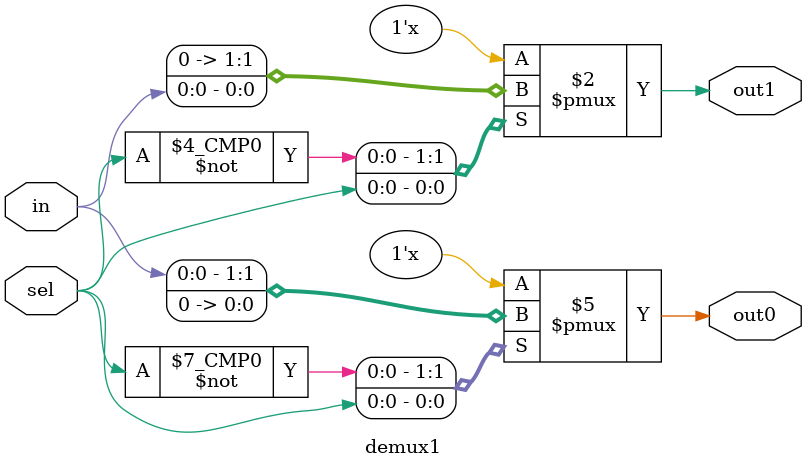
<source format=v>
module demux1(input wire in,
					input wire sel,
					output reg out0,
					output reg out1);
					
always @(*)
begin
	case (sel)
	0:	begin
		out0 = in;
		out1 = 0;
		end 
	1: begin
		out0 = 0;
		out1 = in;
		end
	default: begin 
				out0 = 0;
				out1 = 0;
				end
	endcase
end
endmodule 
</source>
